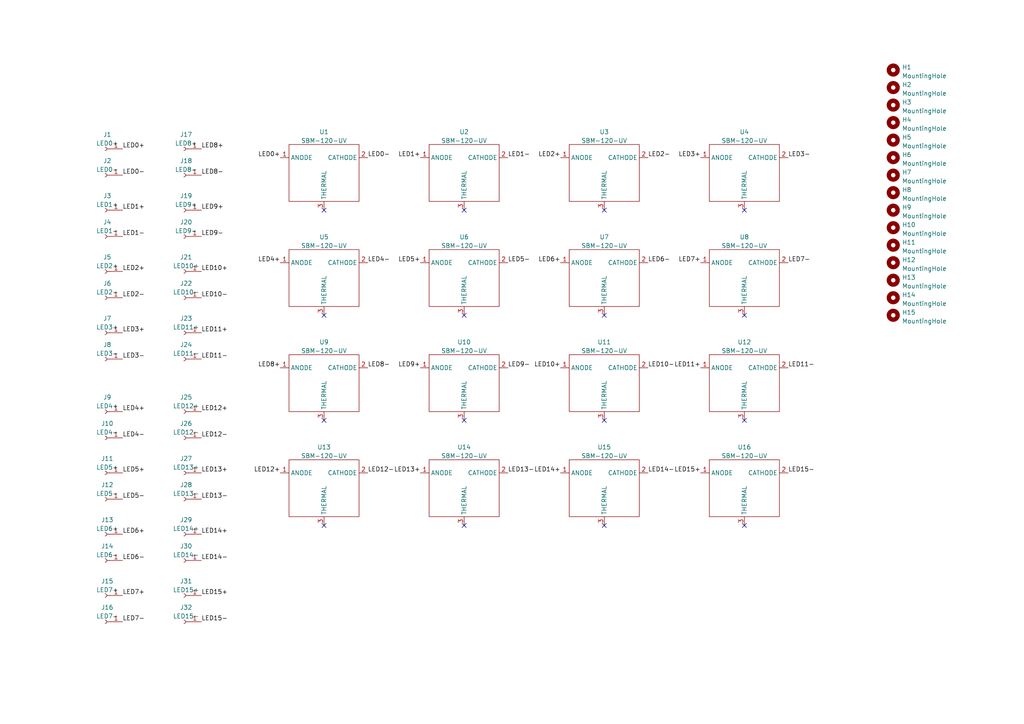
<source format=kicad_sch>
(kicad_sch (version 20211123) (generator eeschema)
  (paper "A4")
  (lib_symbols
    (symbol "Connector:Conn_01x01_Female" (pin_names (offset 1.016) hide)
      (property "Reference" "J" (at 0 2.54 0))
      (property "Value" "Conn_01x01_Female" (at 0 -2.54 0))
      (symbol "Conn_01x01_Female_1_1"
        (polyline (pts (xy -1.27 0) (xy -0.508 0)) (stroke (width 0.1524)))
        (arc (start 0 0.508) (mid -0.508 0) (end 0 -0.508) (stroke (width 0.1524)))
        (pin passive line (at -5.08 0 0) (length 3.81) (name "Pin_1") (number "1"))
      )
    )
    (symbol "Mechanical:MountingHole" (pin_names (offset 1.016))
      (property "Reference" "H" (at 0 5.08 0))
      (property "Value" "MountingHole" (at 0 3.175 0))
      (symbol "MountingHole_0_1"
        (circle (center 0 0) (radius 1.27) (stroke (width 1.27)))
      )
    )
    (symbol "custom:SBM-120-UV"
      (property "Reference" "U" (at 0 10.16 0))
      (property "Value" "SBM-120-UV" (at 0 -21.59 0))
      (symbol "SBM-120-UV_0_1"
        (rectangle (start -10.16 8.89) (end 10.16 -7.62) (stroke (width 0.1524)))
      )
      (symbol "SBM-120-UV_1_1"
        (pin input line (at -12.7 5.08 0) (length 2.54) (name "ANODE") (number "1"))
        (pin input line (at 12.7 5.08 180) (length 2.54) (name "CATHODE") (number "2"))
        (pin passive line (at 0 -10.16 90) (length 2.54) (name "THERMAL") (number "3"))
      )
    )
  )
  (no_connect (at 93.98 152.4))
  (no_connect (at 215.9 60.96))
  (no_connect (at 175.26 60.96))
  (no_connect (at 175.26 91.44))
  (no_connect (at 215.9 121.92))
  (no_connect (at 134.62 121.92))
  (no_connect (at 215.9 152.4))
  (no_connect (at 134.62 152.4))
  (no_connect (at 93.98 91.44))
  (no_connect (at 93.98 121.92))
  (no_connect (at 134.62 60.96))
  (no_connect (at 215.9 91.44))
  (no_connect (at 93.98 60.96))
  (no_connect (at 175.26 121.92))
  (no_connect (at 134.62 91.44))
  (no_connect (at 175.26 152.4))
  (label "LED5+" (at 35.56 137.16 0))
  (label "LED5+" (at 121.92 76.2 180))
  (label "LED9+" (at 58.42 60.96 0))
  (label "LED1+" (at 35.56 60.96 0))
  (label "LED5-" (at 147.32 76.2 0))
  (label "LED2+" (at 35.56 78.74 0))
  (label "LED15-" (at 228.6 137.16 0))
  (label "LED4-" (at 106.68 76.2 0))
  (label "LED4+" (at 81.28 76.2 180))
  (label "LED6+" (at 162.56 76.2 180))
  (label "LED7+" (at 203.2 76.2 180))
  (label "LED0-" (at 35.56 50.8 0))
  (label "LED2-" (at 35.56 86.36 0))
  (label "LED1+" (at 121.92 45.72 180))
  (label "LED3-" (at 35.56 104.14 0))
  (label "LED1-" (at 147.32 45.72 0))
  (label "LED9-" (at 58.42 68.58 0))
  (label "LED9+" (at 121.92 106.68 180))
  (label "LED12+" (at 58.42 119.38 0))
  (label "LED11-" (at 58.42 104.14 0))
  (label "LED10-" (at 187.96 106.68 0))
  (label "LED8-" (at 106.68 106.68 0))
  (label "LED15+" (at 203.2 137.16 180))
  (label "LED4+" (at 35.56 119.38 0))
  (label "LED8+" (at 58.42 43.18 0))
  (label "LED0+" (at 35.56 43.18 0))
  (label "LED3-" (at 228.6 45.72 0))
  (label "LED0+" (at 81.28 45.72 180))
  (label "LED12+" (at 81.28 137.16 180))
  (label "LED7+" (at 35.56 172.72 0))
  (label "LED11+" (at 58.42 96.52 0))
  (label "LED6-" (at 35.56 162.56 0))
  (label "LED14-" (at 58.42 162.56 0))
  (label "LED14-" (at 187.96 137.16 0))
  (label "LED9-" (at 147.32 106.68 0))
  (label "LED0-" (at 106.68 45.72 0))
  (label "LED3+" (at 35.56 96.52 0))
  (label "LED6-" (at 187.96 76.2 0))
  (label "LED10-" (at 58.42 86.36 0))
  (label "LED12-" (at 58.42 127 0))
  (label "LED11-" (at 228.6 106.68 0))
  (label "LED11+" (at 203.2 106.68 180))
  (label "LED7-" (at 228.6 76.2 0))
  (label "LED1-" (at 35.56 68.58 0))
  (label "LED5-" (at 35.56 144.78 0))
  (label "LED2+" (at 162.56 45.72 180))
  (label "LED8-" (at 58.42 50.8 0))
  (label "LED10+" (at 58.42 78.74 0))
  (label "LED15+" (at 58.42 172.72 0))
  (label "LED3+" (at 203.2 45.72 180))
  (label "LED15-" (at 58.42 180.34 0))
  (label "LED14+" (at 58.42 154.94 0))
  (label "LED7-" (at 35.56 180.34 0))
  (label "LED4-" (at 35.56 127 0))
  (label "LED13+" (at 121.92 137.16 180))
  (label "LED10+" (at 162.56 106.68 180))
  (label "LED13-" (at 147.32 137.16 0))
  (label "LED6+" (at 35.56 154.94 0))
  (label "LED12-" (at 106.68 137.16 0))
  (label "LED13+" (at 58.42 137.16 0))
  (label "LED8+" (at 81.28 106.68 180))
  (label "LED2-" (at 187.96 45.72 0))
  (label "LED14+" (at 162.56 137.16 180))
  (label "LED13-" (at 58.42 144.78 0))
  (symbol (lib_id "Mechanical:MountingHole") (at 259.08 91.44 0) (unit 1)
    (property "Reference" "H15" (at 261.62 90.6053 0) (effects (justify left)))
    (property "Value" "MountingHole" (at 261.62 93.1422 0) (effects (justify left)))
    (property "Footprint" "MountingHole:MountingHole_3.2mm_M3" (effects hide))
  )
  (symbol (lib_id "custom:SBM-120-UV") (at 215.9 50.8 0) (unit 1)
    (property "Reference" "U4" (at 215.9 38.261 0))
    (property "Value" "SBM-120-UV" (at 215.9 40.7979 0))
    (property "Footprint" "custom_lib:SBM-120-UV" (effects hide))
  )
  (symbol (lib_id "custom:SBM-120-UV") (at 215.9 81.28 0) (unit 1)
    (property "Reference" "U8" (at 215.9 68.741 0))
    (property "Value" "SBM-120-UV" (at 215.9 71.2779 0))
    (property "Footprint" "custom_lib:SBM-120-UV" (effects hide))
  )
  (symbol (lib_id "Connector:Conn_01x01_Female") (at 30.48 137.16 180) (unit 1)
    (property "Reference" "J11" (at 31.115 133.003 0))
    (property "Value" "LED5+" (at 31.115 135.5399 0))
    (property "Footprint" "TestPoint:TestPoint_Pad_3.0x3.0mm" (effects hide))
  )
  (symbol (lib_id "Mechanical:MountingHole") (at 259.08 86.36 0) (unit 1)
    (property "Reference" "H14" (at 261.62 85.5253 0) (effects (justify left)))
    (property "Value" "MountingHole" (at 261.62 88.0622 0) (effects (justify left)))
    (property "Footprint" "MountingHole:MountingHole_3.2mm_M3" (effects hide))
  )
  (symbol (lib_id "Connector:Conn_01x01_Female") (at 53.34 68.58 180) (unit 1)
    (property "Reference" "J20" (at 53.975 64.423 0))
    (property "Value" "LED9-" (at 53.975 66.9599 0))
    (property "Footprint" "TestPoint:TestPoint_Pad_3.0x3.0mm" (effects hide))
  )
  (symbol (lib_id "Mechanical:MountingHole") (at 259.08 30.48 0) (unit 1)
    (property "Reference" "H3" (at 261.62 29.6453 0) (effects (justify left)))
    (property "Value" "MountingHole" (at 261.62 32.1822 0) (effects (justify left)))
    (property "Footprint" "MountingHole:MountingHole_3.2mm_M3" (effects hide))
  )
  (symbol (lib_id "Mechanical:MountingHole") (at 259.08 60.96 0) (unit 1)
    (property "Reference" "H9" (at 261.62 60.1253 0) (effects (justify left)))
    (property "Value" "MountingHole" (at 261.62 62.6622 0) (effects (justify left)))
    (property "Footprint" "MountingHole:MountingHole_3.2mm_M3" (effects hide))
  )
  (symbol (lib_id "Mechanical:MountingHole") (at 259.08 76.2 0) (unit 1)
    (property "Reference" "H12" (at 261.62 75.3653 0) (effects (justify left)))
    (property "Value" "MountingHole" (at 261.62 77.9022 0) (effects (justify left)))
    (property "Footprint" "MountingHole:MountingHole_3.2mm_M3" (effects hide))
  )
  (symbol (lib_id "custom:SBM-120-UV") (at 175.26 50.8 0) (unit 1)
    (property "Reference" "U3" (at 175.26 38.261 0))
    (property "Value" "SBM-120-UV" (at 175.26 40.7979 0))
    (property "Footprint" "custom_lib:SBM-120-UV" (effects hide))
  )
  (symbol (lib_id "Connector:Conn_01x01_Female") (at 53.34 144.78 180) (unit 1)
    (property "Reference" "J28" (at 53.975 140.623 0))
    (property "Value" "LED13-" (at 53.975 143.1599 0))
    (property "Footprint" "TestPoint:TestPoint_Pad_3.0x3.0mm" (effects hide))
  )
  (symbol (lib_id "Connector:Conn_01x01_Female") (at 53.34 172.72 180) (unit 1)
    (property "Reference" "J31" (at 53.975 168.563 0))
    (property "Value" "LED15+" (at 53.975 171.0999 0))
    (property "Footprint" "TestPoint:TestPoint_Pad_3.0x3.0mm" (effects hide))
  )
  (symbol (lib_id "Mechanical:MountingHole") (at 259.08 81.28 0) (unit 1)
    (property "Reference" "H13" (at 261.62 80.4453 0) (effects (justify left)))
    (property "Value" "MountingHole" (at 261.62 82.9822 0) (effects (justify left)))
    (property "Footprint" "MountingHole:MountingHole_3.2mm_M3" (effects hide))
  )
  (symbol (lib_id "Connector:Conn_01x01_Female") (at 53.34 43.18 180) (unit 1)
    (property "Reference" "J17" (at 53.975 39.023 0))
    (property "Value" "LED8+" (at 53.975 41.5599 0))
    (property "Footprint" "TestPoint:TestPoint_Pad_3.0x3.0mm" (effects hide))
  )
  (symbol (lib_id "custom:SBM-120-UV") (at 175.26 142.24 0) (unit 1)
    (property "Reference" "U15" (at 175.26 129.701 0))
    (property "Value" "SBM-120-UV" (at 175.26 132.2379 0))
    (property "Footprint" "custom_lib:SBM-120-UV" (effects hide))
  )
  (symbol (lib_id "Connector:Conn_01x01_Female") (at 30.48 50.8 180) (unit 1)
    (property "Reference" "J2" (at 31.115 46.643 0))
    (property "Value" "LED0-" (at 31.115 49.1799 0))
    (property "Footprint" "TestPoint:TestPoint_Pad_3.0x3.0mm" (effects hide))
  )
  (symbol (lib_id "Connector:Conn_01x01_Female") (at 53.34 60.96 180) (unit 1)
    (property "Reference" "J19" (at 53.975 56.803 0))
    (property "Value" "LED9+" (at 53.975 59.3399 0))
    (property "Footprint" "TestPoint:TestPoint_Pad_3.0x3.0mm" (effects hide))
  )
  (symbol (lib_id "Connector:Conn_01x01_Female") (at 30.48 127 180) (unit 1)
    (property "Reference" "J10" (at 31.115 122.843 0))
    (property "Value" "LED4-" (at 31.115 125.3799 0))
    (property "Footprint" "TestPoint:TestPoint_Pad_3.0x3.0mm" (effects hide))
  )
  (symbol (lib_id "custom:SBM-120-UV") (at 134.62 81.28 0) (unit 1)
    (property "Reference" "U6" (at 134.62 68.741 0))
    (property "Value" "SBM-120-UV" (at 134.62 71.2779 0))
    (property "Footprint" "custom_lib:SBM-120-UV" (effects hide))
  )
  (symbol (lib_id "custom:SBM-120-UV") (at 93.98 142.24 0) (unit 1)
    (property "Reference" "U13" (at 93.98 129.701 0))
    (property "Value" "SBM-120-UV" (at 93.98 132.2379 0))
    (property "Footprint" "custom_lib:SBM-120-UV" (effects hide))
  )
  (symbol (lib_id "Connector:Conn_01x01_Female") (at 53.34 137.16 180) (unit 1)
    (property "Reference" "J27" (at 53.975 133.003 0))
    (property "Value" "LED13+" (at 53.975 135.5399 0))
    (property "Footprint" "TestPoint:TestPoint_Pad_3.0x3.0mm" (effects hide))
  )
  (symbol (lib_id "custom:SBM-120-UV") (at 175.26 111.76 0) (unit 1)
    (property "Reference" "U11" (at 175.26 99.221 0))
    (property "Value" "SBM-120-UV" (at 175.26 101.7579 0))
    (property "Footprint" "custom_lib:SBM-120-UV" (effects hide))
  )
  (symbol (lib_id "Connector:Conn_01x01_Female") (at 30.48 86.36 180) (unit 1)
    (property "Reference" "J6" (at 31.115 82.203 0))
    (property "Value" "LED2-" (at 31.115 84.7399 0))
    (property "Footprint" "TestPoint:TestPoint_Pad_3.0x3.0mm" (effects hide))
  )
  (symbol (lib_id "Connector:Conn_01x01_Female") (at 53.34 86.36 180) (unit 1)
    (property "Reference" "J22" (at 53.975 82.203 0))
    (property "Value" "LED10-" (at 53.975 84.7399 0))
    (property "Footprint" "TestPoint:TestPoint_Pad_3.0x3.0mm" (effects hide))
  )
  (symbol (lib_id "Mechanical:MountingHole") (at 259.08 25.4 0) (unit 1)
    (property "Reference" "H2" (at 261.62 24.5653 0) (effects (justify left)))
    (property "Value" "MountingHole" (at 261.62 27.1022 0) (effects (justify left)))
    (property "Footprint" "MountingHole:MountingHole_3.2mm_M3" (effects hide))
  )
  (symbol (lib_id "custom:SBM-120-UV") (at 134.62 50.8 0) (unit 1)
    (property "Reference" "U2" (at 134.62 38.261 0))
    (property "Value" "SBM-120-UV" (at 134.62 40.7979 0))
    (property "Footprint" "custom_lib:SBM-120-UV" (effects hide))
  )
  (symbol (lib_id "custom:SBM-120-UV") (at 93.98 50.8 0) (unit 1)
    (property "Reference" "U1" (at 93.98 38.261 0))
    (property "Value" "SBM-120-UV" (at 93.98 40.7979 0))
    (property "Footprint" "custom_lib:SBM-120-UV" (effects hide))
  )
  (symbol (lib_id "Connector:Conn_01x01_Female") (at 53.34 78.74 180) (unit 1)
    (property "Reference" "J21" (at 53.975 74.583 0))
    (property "Value" "LED10+" (at 53.975 77.1199 0))
    (property "Footprint" "TestPoint:TestPoint_Pad_3.0x3.0mm" (effects hide))
  )
  (symbol (lib_id "Mechanical:MountingHole") (at 259.08 35.56 0) (unit 1)
    (property "Reference" "H4" (at 261.62 34.7253 0) (effects (justify left)))
    (property "Value" "MountingHole" (at 261.62 37.2622 0) (effects (justify left)))
    (property "Footprint" "MountingHole:MountingHole_3.2mm_M3" (effects hide))
  )
  (symbol (lib_id "Mechanical:MountingHole") (at 259.08 45.72 0) (unit 1)
    (property "Reference" "H6" (at 261.62 44.8853 0) (effects (justify left)))
    (property "Value" "MountingHole" (at 261.62 47.4222 0) (effects (justify left)))
    (property "Footprint" "MountingHole:MountingHole_3.2mm_M3" (effects hide))
  )
  (symbol (lib_id "Connector:Conn_01x01_Female") (at 30.48 154.94 180) (unit 1)
    (property "Reference" "J13" (at 31.115 150.783 0))
    (property "Value" "LED6+" (at 31.115 153.3199 0))
    (property "Footprint" "TestPoint:TestPoint_Pad_3.0x3.0mm" (effects hide))
  )
  (symbol (lib_id "Connector:Conn_01x01_Female") (at 30.48 119.38 180) (unit 1)
    (property "Reference" "J9" (at 31.115 115.223 0))
    (property "Value" "LED4+" (at 31.115 117.7599 0))
    (property "Footprint" "TestPoint:TestPoint_Pad_3.0x3.0mm" (effects hide))
  )
  (symbol (lib_id "Connector:Conn_01x01_Female") (at 30.48 104.14 180) (unit 1)
    (property "Reference" "J8" (at 31.115 99.983 0))
    (property "Value" "LED3-" (at 31.115 102.5199 0))
    (property "Footprint" "TestPoint:TestPoint_Pad_3.0x3.0mm" (effects hide))
  )
  (symbol (lib_id "Mechanical:MountingHole") (at 259.08 66.04 0) (unit 1)
    (property "Reference" "H10" (at 261.62 65.2053 0) (effects (justify left)))
    (property "Value" "MountingHole" (at 261.62 67.7422 0) (effects (justify left)))
    (property "Footprint" "MountingHole:MountingHole_3.2mm_M3" (effects hide))
  )
  (symbol (lib_id "Connector:Conn_01x01_Female") (at 30.48 78.74 180) (unit 1)
    (property "Reference" "J5" (at 31.115 74.583 0))
    (property "Value" "LED2+" (at 31.115 77.1199 0))
    (property "Footprint" "TestPoint:TestPoint_Pad_3.0x3.0mm" (effects hide))
  )
  (symbol (lib_id "Connector:Conn_01x01_Female") (at 53.34 50.8 180) (unit 1)
    (property "Reference" "J18" (at 53.975 46.643 0))
    (property "Value" "LED8-" (at 53.975 49.1799 0))
    (property "Footprint" "TestPoint:TestPoint_Pad_3.0x3.0mm" (effects hide))
  )
  (symbol (lib_id "Connector:Conn_01x01_Female") (at 53.34 127 180) (unit 1)
    (property "Reference" "J26" (at 53.975 122.843 0))
    (property "Value" "LED12-" (at 53.975 125.3799 0))
    (property "Footprint" "TestPoint:TestPoint_Pad_3.0x3.0mm" (effects hide))
  )
  (symbol (lib_id "custom:SBM-120-UV") (at 215.9 142.24 0) (unit 1)
    (property "Reference" "U16" (at 215.9 129.701 0))
    (property "Value" "SBM-120-UV" (at 215.9 132.2379 0))
    (property "Footprint" "custom_lib:SBM-120-UV" (effects hide))
  )
  (symbol (lib_id "custom:SBM-120-UV") (at 175.26 81.28 0) (unit 1)
    (property "Reference" "U7" (at 175.26 68.741 0))
    (property "Value" "SBM-120-UV" (at 175.26 71.2779 0))
    (property "Footprint" "custom_lib:SBM-120-UV" (effects hide))
  )
  (symbol (lib_id "Connector:Conn_01x01_Female") (at 53.34 96.52 180) (unit 1)
    (property "Reference" "J23" (at 53.975 92.363 0))
    (property "Value" "LED11+" (at 53.975 94.8999 0))
    (property "Footprint" "TestPoint:TestPoint_Pad_3.0x3.0mm" (effects hide))
  )
  (symbol (lib_id "custom:SBM-120-UV") (at 93.98 81.28 0) (unit 1)
    (property "Reference" "U5" (at 93.98 68.741 0))
    (property "Value" "SBM-120-UV" (at 93.98 71.2779 0))
    (property "Footprint" "custom_lib:SBM-120-UV" (effects hide))
  )
  (symbol (lib_id "Connector:Conn_01x01_Female") (at 53.34 180.34 180) (unit 1)
    (property "Reference" "J32" (at 53.975 176.183 0))
    (property "Value" "LED15-" (at 53.975 178.7199 0))
    (property "Footprint" "TestPoint:TestPoint_Pad_3.0x3.0mm" (effects hide))
  )
  (symbol (lib_id "Connector:Conn_01x01_Female") (at 30.48 144.78 180) (unit 1)
    (property "Reference" "J12" (at 31.115 140.623 0))
    (property "Value" "LED5-" (at 31.115 143.1599 0))
    (property "Footprint" "TestPoint:TestPoint_Pad_3.0x3.0mm" (effects hide))
  )
  (symbol (lib_id "Connector:Conn_01x01_Female") (at 53.34 154.94 180) (unit 1)
    (property "Reference" "J29" (at 53.975 150.783 0))
    (property "Value" "LED14+" (at 53.975 153.3199 0))
    (property "Footprint" "TestPoint:TestPoint_Pad_3.0x3.0mm" (effects hide))
  )
  (symbol (lib_id "Connector:Conn_01x01_Female") (at 30.48 68.58 180) (unit 1)
    (property "Reference" "J4" (at 31.115 64.423 0))
    (property "Value" "LED1-" (at 31.115 66.9599 0))
    (property "Footprint" "TestPoint:TestPoint_Pad_3.0x3.0mm" (effects hide))
  )
  (symbol (lib_id "Connector:Conn_01x01_Female") (at 53.34 162.56 180) (unit 1)
    (property "Reference" "J30" (at 53.975 158.403 0))
    (property "Value" "LED14-" (at 53.975 160.9399 0))
    (property "Footprint" "TestPoint:TestPoint_Pad_3.0x3.0mm" (effects hide))
  )
  (symbol (lib_id "Connector:Conn_01x01_Female") (at 30.48 43.18 180) (unit 1)
    (property "Reference" "J1" (at 31.115 39.023 0))
    (property "Value" "LED0+" (at 31.115 41.5599 0))
    (property "Footprint" "TestPoint:TestPoint_Pad_3.0x3.0mm" (effects hide))
  )
  (symbol (lib_id "Connector:Conn_01x01_Female") (at 53.34 119.38 180) (unit 1)
    (property "Reference" "J25" (at 53.975 115.223 0))
    (property "Value" "LED12+" (at 53.975 117.7599 0))
    (property "Footprint" "TestPoint:TestPoint_Pad_3.0x3.0mm" (effects hide))
  )
  (symbol (lib_id "custom:SBM-120-UV") (at 215.9 111.76 0) (unit 1)
    (property "Reference" "U12" (at 215.9 99.221 0))
    (property "Value" "SBM-120-UV" (at 215.9 101.7579 0))
    (property "Footprint" "custom_lib:SBM-120-UV" (effects hide))
  )
  (symbol (lib_id "custom:SBM-120-UV") (at 93.98 111.76 0) (unit 1)
    (property "Reference" "U9" (at 93.98 99.221 0))
    (property "Value" "SBM-120-UV" (at 93.98 101.7579 0))
    (property "Footprint" "custom_lib:SBM-120-UV" (effects hide))
  )
  (symbol (lib_id "Mechanical:MountingHole") (at 259.08 71.12 0) (unit 1)
    (property "Reference" "H11" (at 261.62 70.2853 0) (effects (justify left)))
    (property "Value" "MountingHole" (at 261.62 72.8222 0) (effects (justify left)))
    (property "Footprint" "MountingHole:MountingHole_3.2mm_M3" (effects hide))
  )
  (symbol (lib_id "Connector:Conn_01x01_Female") (at 30.48 60.96 180) (unit 1)
    (property "Reference" "J3" (at 31.115 56.803 0))
    (property "Value" "LED1+" (at 31.115 59.3399 0))
    (property "Footprint" "TestPoint:TestPoint_Pad_3.0x3.0mm" (effects hide))
  )
  (symbol (lib_id "Mechanical:MountingHole") (at 259.08 40.64 0) (unit 1)
    (property "Reference" "H5" (at 261.62 39.8053 0) (effects (justify left)))
    (property "Value" "MountingHole" (at 261.62 42.3422 0) (effects (justify left)))
    (property "Footprint" "MountingHole:MountingHole_3.2mm_M3" (effects hide))
  )
  (symbol (lib_id "custom:SBM-120-UV") (at 134.62 111.76 0) (unit 1)
    (property "Reference" "U10" (at 134.62 99.221 0))
    (property "Value" "SBM-120-UV" (at 134.62 101.7579 0))
    (property "Footprint" "custom_lib:SBM-120-UV" (effects hide))
  )
  (symbol (lib_id "Connector:Conn_01x01_Female") (at 30.48 96.52 180) (unit 1)
    (property "Reference" "J7" (at 31.115 92.363 0))
    (property "Value" "LED3+" (at 31.115 94.8999 0))
    (property "Footprint" "TestPoint:TestPoint_Pad_3.0x3.0mm" (effects hide))
  )
  (symbol (lib_id "Connector:Conn_01x01_Female") (at 30.48 172.72 180) (unit 1)
    (property "Reference" "J15" (at 31.115 168.563 0))
    (property "Value" "LED7+" (at 31.115 171.0999 0))
    (property "Footprint" "TestPoint:TestPoint_Pad_3.0x3.0mm" (effects hide))
  )
  (symbol (lib_id "Connector:Conn_01x01_Female") (at 53.34 104.14 180) (unit 1)
    (property "Reference" "J24" (at 53.975 99.983 0))
    (property "Value" "LED11-" (at 53.975 102.5199 0))
    (property "Footprint" "TestPoint:TestPoint_Pad_3.0x3.0mm" (effects hide))
  )
  (symbol (lib_id "Connector:Conn_01x01_Female") (at 30.48 162.56 180) (unit 1)
    (property "Reference" "J14" (at 31.115 158.403 0))
    (property "Value" "LED6-" (at 31.115 160.9399 0))
    (property "Footprint" "TestPoint:TestPoint_Pad_3.0x3.0mm" (effects hide))
  )
  (symbol (lib_id "Mechanical:MountingHole") (at 259.08 50.8 0) (unit 1)
    (property "Reference" "H7" (at 261.62 49.9653 0) (effects (justify left)))
    (property "Value" "MountingHole" (at 261.62 52.5022 0) (effects (justify left)))
    (property "Footprint" "MountingHole:MountingHole_3.2mm_M3" (effects hide))
  )
  (symbol (lib_id "Connector:Conn_01x01_Female") (at 30.48 180.34 180) (unit 1)
    (property "Reference" "J16" (at 31.115 176.183 0))
    (property "Value" "LED7-" (at 31.115 178.7199 0))
    (property "Footprint" "TestPoint:TestPoint_Pad_3.0x3.0mm" (effects hide))
  )
  (symbol (lib_id "Mechanical:MountingHole") (at 259.08 55.88 0) (unit 1)
    (property "Reference" "H8" (at 261.62 55.0453 0) (effects (justify left)))
    (property "Value" "MountingHole" (at 261.62 57.5822 0) (effects (justify left)))
    (property "Footprint" "MountingHole:MountingHole_3.2mm_M3" (effects hide))
  )
  (symbol (lib_id "Mechanical:MountingHole") (at 259.08 20.32 0) (unit 1)
    (property "Reference" "H1" (at 261.62 19.4853 0) (effects (justify left)))
    (property "Value" "MountingHole" (at 261.62 22.0222 0) (effects (justify left)))
    (property "Footprint" "MountingHole:MountingHole_3.2mm_M3" (effects hide))
  )
  (symbol (lib_id "custom:SBM-120-UV") (at 134.62 142.24 0) (unit 1)
    (property "Reference" "U14" (at 134.62 129.701 0))
    (property "Value" "SBM-120-UV" (at 134.62 132.2379 0))
    (property "Footprint" "custom_lib:SBM-120-UV" (effects hide))
  )
)
</source>
